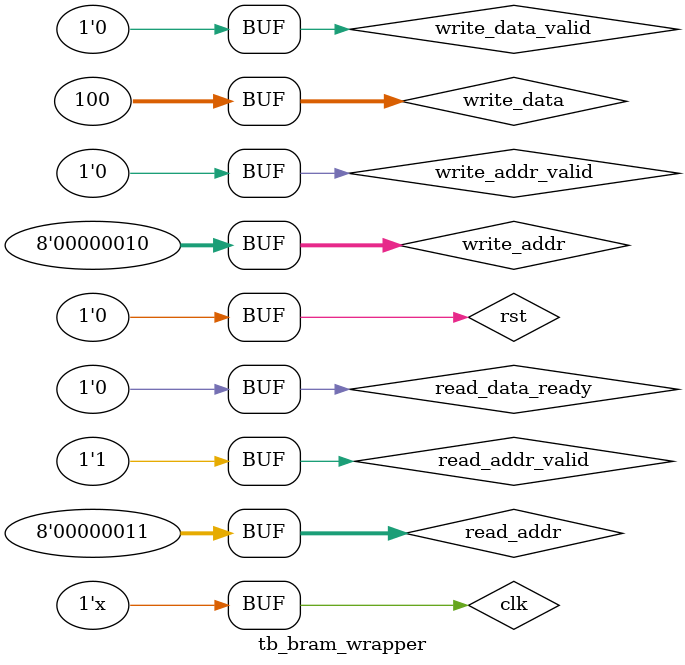
<source format=v>
`timescale 1ns / 1ps


module tb_bram_wrapper;

	// Inputs
	reg clk;
	reg rst;
	reg [7:0] read_addr;
	reg read_addr_valid;
	reg read_data_ready;
	reg [7:0] write_addr;
	reg write_addr_valid;
	reg [31:0] write_data;
	reg write_data_valid;

	// Outputs
	wire read_addr_ready;
	wire [31:0] read_data;
	wire read_data_valid;
	wire write_addr_ready;
	wire write_data_ready;

	// Instantiate the Unit Under Test (UUT)
	bram_wrapper #(
        .INIT_FILE("targets_zeros.list") 
    ) uut (
		.clk(clk), 
		.rst(rst), 
		.read_addr(read_addr), 
		.read_addr_valid(read_addr_valid), 
		.read_addr_ready(read_addr_ready), 
		.read_data(read_data), 
		.read_data_valid(read_data_valid), 
		.read_data_ready(read_data_ready), 
		.write_addr(write_addr), 
		.write_addr_valid(write_addr_valid), 
		.write_addr_ready(write_addr_ready), 
		.write_data(write_data), 
		.write_data_valid(write_data_valid), 
		.write_data_ready(write_data_ready)
	);

    always
        #1 clk = ~clk;

	initial begin
		// Initialize Inputs
		clk = 0;
		rst = 1;

		read_addr = 0;
		read_addr_valid = 0;

		read_data_ready = 0;

		write_addr = 0;
		write_addr_valid = 0;

		write_data = 0;
		write_data_valid = 0;


        #20 rst = 0;

        #20 read_addr = 2;
            read_addr_valid = 1;
        #2  read_addr_valid = 0; 
        // should be 0

        #10 read_data_ready = 1;
        #2  read_data_ready = 0;
        

        // overwrite
        #10 write_addr = 2;
            write_addr_valid = 1;
        #2  write_addr_valid = 0;
            
        
        #10 write_data = 100;
            write_data_valid = 1;
        #2  write_data_valid = 0;

        #20 read_addr = 2;
            read_addr_valid = 1;
        #2  read_addr_valid = 0; 
        // should be 100

        #10 read_data_ready = 1;
        #2  read_data_ready = 0;

        #20 read_addr = 3;
            read_addr_valid = 1;


	end
      
endmodule


</source>
